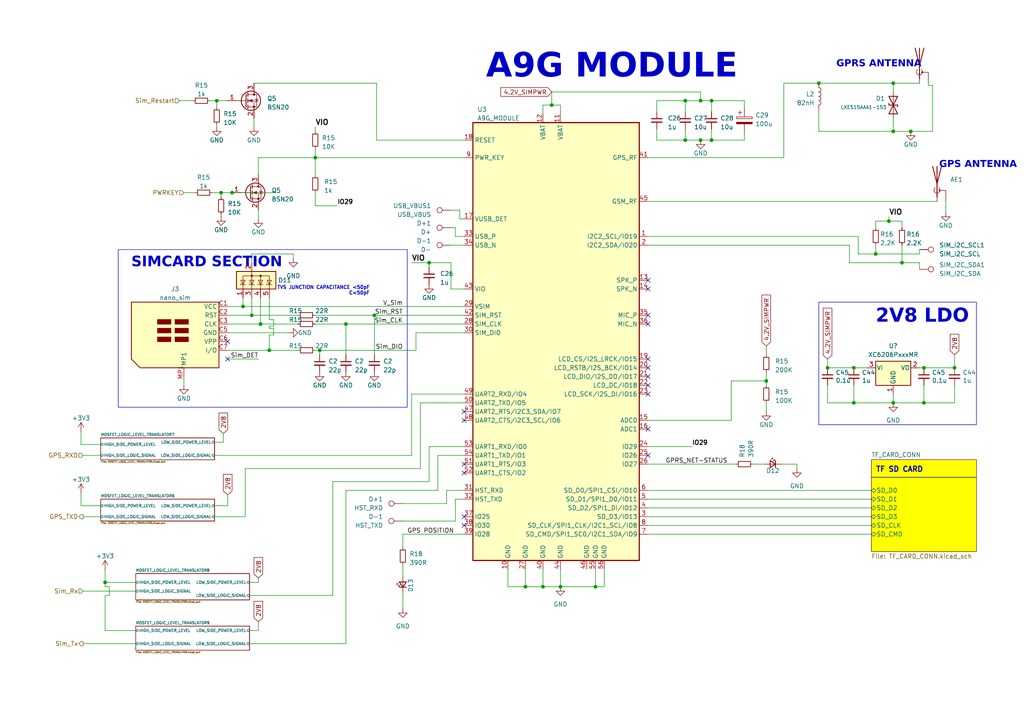
<source format=kicad_sch>
(kicad_sch (version 20230121) (generator eeschema)
  (paper "A4")
  (junction (at 160.02 30.48))
  (junction (at 237.49 24.13))
  (junction (at 203.2 29.21))
  (junction (at 30.48 168.91))
  (junction (at 92.71 101.6))
  (junction (at 100.33 93.98))
  (junction (at 108.585 91.44))
  (junction (at 157.48 170.18))
  (junction (at 73.025 91.44))
  (junction (at 64.135 55.88))
  (junction (at 91.44 45.72))
  (junction (at 124.46 76.2))
  (junction (at 198.755 29.21))
  (junction (at 267.97 116.84))
  (junction (at 259.08 38.1))
  (junction (at 264.16 38.1))
  (junction (at 206.375 40.64))
  (junction (at 276.86 106.68))
  (junction (at 75.565 93.98))
  (junction (at 222.25 110.49))
  (junction (at 240.03 106.68))
  (junction (at 198.755 40.64))
  (junction (at 152.4 170.18))
  (junction (at 70.485 88.9))
  (junction (at 257.81 64.135))
  (junction (at 67.31 55.88))
  (junction (at 203.2 40.64))
  (junction (at 254 73.66))
  (junction (at 261.62 76.2))
  (junction (at 247.65 106.68))
  (junction (at 267.97 106.68))
  (junction (at 162.56 170.18))
  (junction (at 172.72 170.18))
  (junction (at 206.375 29.21))
  (junction (at 259.08 24.13))
  (junction (at 78.105 101.6))
  (junction (at 259.08 116.84))
  (junction (at 62.865 29.21))
  (junction (at 247.65 116.84))
  (no_connect (at 187.96 114.3))
  (no_connect (at 66.04 99.06))
  (no_connect (at 134.62 152.4))
  (no_connect (at 134.62 121.92))
  (no_connect (at 187.96 109.22))
  (no_connect (at 187.96 83.82))
  (no_connect (at 187.96 104.14))
  (no_connect (at 187.96 106.68))
  (no_connect (at 134.62 137.16))
  (no_connect (at 187.96 124.46))
  (no_connect (at 187.96 81.28))
  (no_connect (at 66.04 104.14))
  (no_connect (at 187.96 111.76))
  (no_connect (at 187.96 91.44))
  (no_connect (at 134.62 149.86))
  (no_connect (at 134.62 134.62))
  (no_connect (at 187.96 93.98))
  (no_connect (at 134.62 119.38))
  (no_connect (at 187.96 132.08))
  (wire (pts (xy 91.44 36.83) (xy 91.44 38.1)))
  (wire (pts (xy 73.025 91.44) (xy 86.36 91.44)))
  (wire (pts (xy 237.49 38.1) (xy 259.08 38.1)))
  (wire (pts (xy 172.72 170.18) (xy 175.26 170.18)))
  (wire (pts (xy 222.25 119.38) (xy 222.25 116.84)))
  (wire (pts (xy 270.51 24.765) (xy 269.24 24.765)))
  (wire (pts (xy 78.105 101.6) (xy 86.36 101.6)))
  (wire (pts (xy 160.02 26.67) (xy 203.2 26.67)))
  (wire (pts (xy 31.75 172.72) (xy 31.75 170.18)))
  (wire (pts (xy 187.96 142.24) (xy 252.73 142.24)))
  (wire (pts (xy 198.755 37.465) (xy 198.755 40.64)))
  (wire (pts (xy 130.81 76.2) (xy 130.81 83.82)))
  (wire (pts (xy 127 132.08) (xy 127 142.24)))
  (wire (pts (xy 227.33 24.13) (xy 227.33 45.72)))
  (wire (pts (xy 62.23 128.27) (xy 64.77 128.27)))
  (wire (pts (xy 160.02 30.48) (xy 162.56 30.48)))
  (wire (pts (xy 266.7 72.39) (xy 266.7 73.66)))
  (wire (pts (xy 257.81 62.865) (xy 257.81 64.135)))
  (wire (pts (xy 75.565 93.98) (xy 86.36 93.98)))
  (wire (pts (xy 276.86 102.87) (xy 276.86 106.68)))
  (wire (pts (xy 39.37 182.88) (xy 30.48 182.88)))
  (wire (pts (xy 24.13 132.08) (xy 29.21 132.08)))
  (wire (pts (xy 62.865 36.83) (xy 62.865 36.195)))
  (wire (pts (xy 259.08 34.29) (xy 259.08 38.1)))
  (wire (pts (xy 70.485 88.9) (xy 70.485 86.36)))
  (wire (pts (xy 23.495 142.875) (xy 23.495 146.685)))
  (wire (pts (xy 71.12 135.89) (xy 71.12 149.86)))
  (wire (pts (xy 212.09 121.92) (xy 212.09 110.49)))
  (wire (pts (xy 74.93 167.64) (xy 74.93 168.91)))
  (wire (pts (xy 187.96 152.4) (xy 252.73 152.4)))
  (wire (pts (xy 24.13 149.86) (xy 29.21 149.86)))
  (wire (pts (xy 274.32 58.42) (xy 274.32 61.595)))
  (wire (pts (xy 75.565 86.36) (xy 75.565 93.98)))
  (wire (pts (xy 74.93 50.8) (xy 74.93 45.72)))
  (wire (pts (xy 24.13 171.45) (xy 39.37 171.45)))
  (wire (pts (xy 119.38 114.3) (xy 134.62 114.3)))
  (wire (pts (xy 100.33 142.24) (xy 100.33 186.69)))
  (wire (pts (xy 237.49 31.75) (xy 237.49 38.1)))
  (wire (pts (xy 264.16 38.1) (xy 270.51 38.1)))
  (wire (pts (xy 127 142.24) (xy 100.33 142.24)))
  (wire (pts (xy 124.46 129.54) (xy 134.62 129.54)))
  (wire (pts (xy 240.03 104.14) (xy 240.03 106.68)))
  (wire (pts (xy 248.92 68.58) (xy 248.92 73.66)))
  (wire (pts (xy 66.04 91.44) (xy 73.025 91.44)))
  (wire (pts (xy 157.48 165.1) (xy 157.48 170.18)))
  (wire (pts (xy 157.48 170.18) (xy 162.56 170.18)))
  (wire (pts (xy 240.03 116.84) (xy 247.65 116.84)))
  (wire (pts (xy 74.93 182.88) (xy 72.39 182.88)))
  (wire (pts (xy 108.585 91.44) (xy 134.62 91.44)))
  (wire (pts (xy 66.04 93.98) (xy 75.565 93.98)))
  (wire (pts (xy 259.08 24.13) (xy 266.7 24.13)))
  (wire (pts (xy 62.23 149.86) (xy 71.12 149.86)))
  (wire (pts (xy 60.96 29.21) (xy 62.865 29.21)))
  (wire (pts (xy 187.96 121.92) (xy 212.09 121.92)))
  (wire (pts (xy 215.9 29.21) (xy 206.375 29.21)))
  (wire (pts (xy 246.38 71.12) (xy 187.96 71.12)))
  (wire (pts (xy 134.62 142.24) (xy 129.54 142.24)))
  (wire (pts (xy 203.2 40.64) (xy 206.375 40.64)))
  (wire (pts (xy 109.22 40.64) (xy 134.62 40.64)))
  (wire (pts (xy 78.105 94.615) (xy 79.375 94.615)))
  (wire (pts (xy 116.84 163.83) (xy 116.84 167.005)))
  (wire (pts (xy 121.92 135.89) (xy 71.12 135.89)))
  (wire (pts (xy 108.585 102.87) (xy 108.585 91.44)))
  (wire (pts (xy 152.4 165.1) (xy 152.4 170.18)))
  (wire (pts (xy 30.48 172.72) (xy 31.75 172.72)))
  (wire (pts (xy 72.39 172.72) (xy 96.52 172.72)))
  (wire (pts (xy 187.96 144.78) (xy 252.73 144.78)))
  (wire (pts (xy 72.39 168.91) (xy 74.93 168.91)))
  (wire (pts (xy 267.97 111.76) (xy 267.97 116.84)))
  (wire (pts (xy 70.485 88.9) (xy 134.62 88.9)))
  (wire (pts (xy 187.96 149.86) (xy 252.73 149.86)))
  (wire (pts (xy 85.09 73.66) (xy 73.025 73.66)))
  (wire (pts (xy 100.33 93.98) (xy 134.62 93.98)))
  (wire (pts (xy 254 64.135) (xy 254 66.04)))
  (wire (pts (xy 162.56 30.48) (xy 162.56 33.02)))
  (wire (pts (xy 248.92 73.66) (xy 254 73.66)))
  (wire (pts (xy 74.93 45.72) (xy 91.44 45.72)))
  (wire (pts (xy 267.97 106.68) (xy 276.86 106.68)))
  (wire (pts (xy 147.32 165.1) (xy 147.32 170.18)))
  (wire (pts (xy 129.54 142.24) (xy 129.54 146.05)))
  (wire (pts (xy 124.46 76.2) (xy 130.81 76.2)))
  (wire (pts (xy 134.62 96.52) (xy 120.65 96.52)))
  (wire (pts (xy 254 71.12) (xy 254 73.66)))
  (wire (pts (xy 74.93 60.96) (xy 74.93 63.5)))
  (polyline (pts (xy 252.73 138.43) (xy 283.21 138.43)))
  (wire (pts (xy 270.51 38.1) (xy 270.51 24.765)))
  (wire (pts (xy 246.38 76.2) (xy 261.62 76.2)))
  (wire (pts (xy 231.14 134.62) (xy 231.14 135.89)))
  (wire (pts (xy 66.04 143.51) (xy 66.04 146.685)))
  (wire (pts (xy 66.04 104.14) (xy 74.93 104.14)))
  (wire (pts (xy 109.22 24.13) (xy 109.22 40.64)))
  (wire (pts (xy 187.96 58.42) (xy 271.78 58.42)))
  (wire (pts (xy 200.66 129.54) (xy 187.96 129.54)))
  (wire (pts (xy 261.62 66.04) (xy 261.62 64.135)))
  (wire (pts (xy 240.03 111.76) (xy 240.03 116.84)))
  (wire (pts (xy 203.2 29.21) (xy 198.755 29.21)))
  (wire (pts (xy 73.025 91.44) (xy 73.025 86.36)))
  (wire (pts (xy 266.7 106.68) (xy 267.97 106.68)))
  (wire (pts (xy 198.755 29.21) (xy 198.755 32.385)))
  (wire (pts (xy 134.62 116.84) (xy 121.92 116.84)))
  (wire (pts (xy 53.34 55.88) (xy 56.515 55.88)))
  (wire (pts (xy 132.08 68.58) (xy 134.62 68.58)))
  (wire (pts (xy 206.375 37.465) (xy 206.375 40.64)))
  (wire (pts (xy 64.77 125.73) (xy 64.77 128.27)))
  (wire (pts (xy 62.23 132.08) (xy 119.38 132.08)))
  (wire (pts (xy 73.025 73.66) (xy 73.025 76.2)))
  (wire (pts (xy 116.84 154.94) (xy 134.62 154.94)))
  (wire (pts (xy 130.81 83.82) (xy 134.62 83.82)))
  (wire (pts (xy 259.08 38.1) (xy 264.16 38.1)))
  (wire (pts (xy 124.46 76.2) (xy 124.46 77.47)))
  (wire (pts (xy 206.375 40.64) (xy 215.9 40.64)))
  (wire (pts (xy 62.865 29.21) (xy 66.04 29.21)))
  (wire (pts (xy 72.39 186.69) (xy 100.33 186.69)))
  (wire (pts (xy 246.38 76.2) (xy 246.38 71.12)))
  (wire (pts (xy 132.08 66.04) (xy 132.08 68.58)))
  (wire (pts (xy 257.81 64.135) (xy 254 64.135)))
  (wire (pts (xy 222.25 110.49) (xy 222.25 111.76)))
  (wire (pts (xy 261.62 76.2) (xy 266.7 76.2)))
  (wire (pts (xy 91.44 93.98) (xy 100.33 93.98)))
  (wire (pts (xy 119.38 132.08) (xy 119.38 114.3)))
  (wire (pts (xy 261.62 64.135) (xy 257.81 64.135)))
  (wire (pts (xy 79.375 95.25) (xy 79.375 97.155)))
  (wire (pts (xy 85.09 73.66) (xy 85.09 74.93)))
  (wire (pts (xy 187.96 154.94) (xy 252.73 154.94)))
  (wire (pts (xy 91.44 43.18) (xy 91.44 45.72)))
  (wire (pts (xy 92.71 101.6) (xy 92.71 102.87)))
  (wire (pts (xy 187.96 147.32) (xy 252.73 147.32)))
  (wire (pts (xy 198.755 29.21) (xy 190.5 29.21)))
  (wire (pts (xy 66.04 101.6) (xy 78.105 101.6)))
  (wire (pts (xy 160.02 30.48) (xy 157.48 30.48)))
  (wire (pts (xy 212.09 110.49) (xy 222.25 110.49)))
  (wire (pts (xy 227.33 45.72) (xy 187.96 45.72)))
  (wire (pts (xy 116.84 151.13) (xy 132.08 151.13)))
  (wire (pts (xy 96.52 172.72) (xy 96.52 139.7)))
  (wire (pts (xy 64.135 62.865) (xy 64.135 62.23)))
  (wire (pts (xy 92.71 101.6) (xy 120.65 101.6)))
  (wire (pts (xy 259.08 116.84) (xy 259.08 114.3)))
  (wire (pts (xy 39.37 168.91) (xy 30.48 168.91)))
  (wire (pts (xy 78.105 92.71) (xy 79.375 92.71)))
  (wire (pts (xy 30.48 168.91) (xy 30.48 170.18)))
  (wire (pts (xy 152.4 170.18) (xy 157.48 170.18)))
  (wire (pts (xy 134.62 132.08) (xy 127 132.08)))
  (wire (pts (xy 132.08 144.78) (xy 134.62 144.78)))
  (wire (pts (xy 52.07 29.21) (xy 55.88 29.21)))
  (wire (pts (xy 187.96 68.58) (xy 248.92 68.58)))
  (wire (pts (xy 267.97 116.84) (xy 276.86 116.84)))
  (wire (pts (xy 124.46 139.7) (xy 124.46 129.54)))
  (wire (pts (xy 160.02 26.67) (xy 160.02 30.48)))
  (wire (pts (xy 276.86 116.84) (xy 276.86 111.76)))
  (wire (pts (xy 64.135 55.88) (xy 67.31 55.88)))
  (wire (pts (xy 129.54 146.05) (xy 116.84 146.05)))
  (wire (pts (xy 218.44 134.62) (xy 221.615 134.62)))
  (wire (pts (xy 73.66 34.29) (xy 73.66 36.83)))
  (wire (pts (xy 247.65 116.84) (xy 259.08 116.84)))
  (wire (pts (xy 24.13 186.69) (xy 39.37 186.69)))
  (wire (pts (xy 119.38 76.2) (xy 124.46 76.2)))
  (wire (pts (xy 120.65 96.52) (xy 120.65 101.6)))
  (wire (pts (xy 79.375 92.71) (xy 79.375 94.615)))
  (wire (pts (xy 116.84 172.085) (xy 116.84 176.53)))
  (wire (pts (xy 222.25 100.33) (xy 222.25 102.87)))
  (wire (pts (xy 237.49 24.13) (xy 227.33 24.13)))
  (wire (pts (xy 203.2 29.21) (xy 206.375 29.21)))
  (wire (pts (xy 162.56 165.1) (xy 162.56 170.18)))
  (wire (pts (xy 91.44 101.6) (xy 92.71 101.6)))
  (wire (pts (xy 269.24 24.765) (xy 269.24 24.13)))
  (wire (pts (xy 66.04 88.9) (xy 70.485 88.9)))
  (wire (pts (xy 261.62 71.12) (xy 261.62 76.2)))
  (wire (pts (xy 259.08 24.13) (xy 237.49 24.13)))
  (wire (pts (xy 259.08 116.84) (xy 267.97 116.84)))
  (wire (pts (xy 226.695 134.62) (xy 231.14 134.62)))
  (wire (pts (xy 190.5 40.64) (xy 198.755 40.64)))
  (wire (pts (xy 23.495 128.905) (xy 29.21 128.905)))
  (wire (pts (xy 190.5 37.465) (xy 190.5 40.64)))
  (wire (pts (xy 116.84 154.94) (xy 116.84 158.75)))
  (wire (pts (xy 91.44 55.88) (xy 91.44 59.69)))
  (wire (pts (xy 78.105 94.615) (xy 78.105 95.25)))
  (wire (pts (xy 30.48 165.1) (xy 30.48 168.91)))
  (wire (pts (xy 62.865 31.115) (xy 62.865 29.21)))
  (wire (pts (xy 190.5 29.21) (xy 190.5 32.385)))
  (wire (pts (xy 198.755 40.64) (xy 203.2 40.64)))
  (wire (pts (xy 266.7 78.105) (xy 266.7 76.2)))
  (wire (pts (xy 91.44 91.44) (xy 108.585 91.44)))
  (wire (pts (xy 130.81 71.12) (xy 134.62 71.12)))
  (wire (pts (xy 162.56 170.18) (xy 172.72 170.18)))
  (wire (pts (xy 132.08 151.13) (xy 132.08 144.78)))
  (wire (pts (xy 64.135 57.15) (xy 64.135 55.88)))
  (wire (pts (xy 203.2 26.67) (xy 203.2 29.21)))
  (wire (pts (xy 259.08 26.67) (xy 259.08 24.13)))
  (wire (pts (xy 53.34 109.22) (xy 53.34 111.76)))
  (wire (pts (xy 74.93 180.34) (xy 74.93 182.88)))
  (wire (pts (xy 30.48 172.72) (xy 30.48 182.88)))
  (wire (pts (xy 91.44 45.72) (xy 134.62 45.72)))
  (wire (pts (xy 61.595 55.88) (xy 64.135 55.88)))
  (wire (pts (xy 187.96 134.62) (xy 213.36 134.62)))
  (wire (pts (xy 254 73.66) (xy 266.7 73.66)))
  (wire (pts (xy 157.48 30.48) (xy 157.48 33.02)))
  (wire (pts (xy 66.04 96.52) (xy 83.82 96.52)))
  (wire (pts (xy 73.66 24.13) (xy 109.22 24.13)))
  (wire (pts (xy 175.26 170.18) (xy 175.26 165.1)))
  (wire (pts (xy 133.35 60.96) (xy 133.35 63.5)))
  (wire (pts (xy 96.52 139.7) (xy 124.46 139.7)))
  (wire (pts (xy 147.32 170.18) (xy 152.4 170.18)))
  (wire (pts (xy 130.81 60.96) (xy 133.35 60.96)))
  (wire (pts (xy 78.105 86.36) (xy 78.105 92.71)))
  (wire (pts (xy 206.375 29.21) (xy 206.375 32.385)))
  (wire (pts (xy 240.03 106.68) (xy 247.65 106.68)))
  (wire (pts (xy 172.72 165.1) (xy 172.72 170.18)))
  (wire (pts (xy 222.25 107.95) (xy 222.25 110.49)))
  (wire (pts (xy 79.375 97.155) (xy 78.105 97.155)))
  (wire (pts (xy 133.35 63.5) (xy 134.62 63.5)))
  (wire (pts (xy 91.44 59.69) (xy 97.79 59.69)))
  (wire (pts (xy 130.81 66.04) (xy 132.08 66.04)))
  (wire (pts (xy 79.375 55.88) (xy 67.31 55.88)))
  (wire (pts (xy 31.75 170.18) (xy 30.48 170.18)))
  (wire (pts (xy 215.9 31.115) (xy 215.9 29.21)))
  (wire (pts (xy 78.105 97.155) (xy 78.105 101.6)))
  (wire (pts (xy 247.65 106.68) (xy 251.46 106.68)))
  (wire (pts (xy 91.44 45.72) (xy 91.44 50.8)))
  (wire (pts (xy 121.92 116.84) (xy 121.92 135.89)))
  (wire (pts (xy 247.65 111.76) (xy 247.65 116.84)))
  (wire (pts (xy 78.105 95.25) (xy 79.375 95.25)))
  (wire (pts (xy 100.33 102.87) (xy 100.33 93.98)))
  (wire (pts (xy 29.21 146.685) (xy 23.495 146.685)))
  (wire (pts (xy 23.495 125.095) (xy 23.495 128.905)))
  (wire (pts (xy 66.04 146.685) (xy 62.23 146.685)))
  (wire (pts (xy 215.9 40.64) (xy 215.9 38.735)))
  (rectangle (start 237.49 87.63) (end 283.21 123.19))
  (rectangle (start 34.29 72.39) (end 118.11 118.11))
  (text "TF SD CARD" (at 254 137.16 0) (effects (font (size 1.5 1.5) (thickness 0.3) bold) (justify left bottom)))
  (text "2V8 LDO" (at 254 95.25 0) (effects (font (size 4 4) bold) (justify left bottom)))
  (text "A9G MODULE" (at 140.97 25.4 0) (effects (font (size 7 7) bold) (justify left bottom)))
  (text "SIMCARD SECTION" (at 38.1 78.74 0) (effects (font (size 3 3) (thickness 0.6) bold) (justify left bottom)))
  (text "GPS ANTENNA" (at 272.415 49.53 0) (effects (font (size 2 2) (thickness 0.4) bold) (justify left bottom)))
  (text "GPRS ANTENNA" (at 242.57 20.32 0) (effects (font (size 2 2) (thickness 0.4) bold) (justify left bottom)))
  (text "TVS JUNCTION CAPACITANCE <50pF\nC<50pF" (at 107.315 85.725 0) (effects (font (size 1 1) bold) (justify right bottom)))
  (label "IO29" (at 97.79 59.69 0) (effects (font bold)))
  (label "VIO" (at 119.38 76.2 0) (effects (font (size 1.5 1.5) (thickness 0.3) bold)))
  (label "Sim_CLK" (at 116.84 93.98 180))
  (label "VIO" (at 91.44 36.83 0) (effects (font (size 1.5 1.5) (thickness 0.3) bold)))
  (label "VIO" (at 257.81 62.865 0) (effects (font (size 1.5 1.5) (thickness 0.3) bold)))
  (label "Sim_DIO" (at 116.84 101.6 180))
  (label "GPS POSITION" (at 118.11 154.94 0))
  (label "Sim_RST" (at 116.84 91.44 180))
  (label "GPRS_NET-STATUS" (at 193.04 134.62 0))
  (label "Sim_DET" (at 74.93 104.14 180))
  (label "V_Sim" (at 116.84 88.9 180))
  (label "IO29" (at 200.66 129.54 0) (effects (font bold)))
  (global_label "2V8" (shape input) (at 74.93 180.34 90) (property "Intersheetrefs" "${INTERSHEET_REFS}" (effects hide)))
  (global_label "2V8" (shape input) (at 276.86 102.87 90) (property "Intersheetrefs" "${INTERSHEET_REFS}" (effects hide)))
  (global_label "2V8" (shape input) (at 74.93 167.64 90) (property "Intersheetrefs" "${INTERSHEET_REFS}" (effects hide)))
  (global_label "4.2V_SIMPWR" (shape input) (at 240.03 104.14 90) (property "Intersheetrefs" "${INTERSHEET_REFS}" (effects hide)))
  (global_label "4.2V_SIMPWR" (shape input) (at 222.25 100.33 90) (property "Intersheetrefs" "${INTERSHEET_REFS}" (effects hide)))
  (global_label "2V8" (shape input) (at 64.77 125.73 90) (property "Intersheetrefs" "${INTERSHEET_REFS}" (effects hide)))
  (global_label "4.2V_SIMPWR" (shape input) (at 160.02 26.67 180) (property "Intersheetrefs" "${INTERSHEET_REFS}" (effects hide)))
  (global_label "2V8" (shape input) (at 66.04 143.51 90) (property "Intersheetrefs" "${INTERSHEET_REFS}" (effects hide)))
  (hierarchical_label "Sim_Restart" (shape input) (at 52.07 29.21 180))
  (hierarchical_label "Sim_Rx" (shape input) (at 24.13 171.45 180))
  (hierarchical_label "GPS_TXD" (shape output) (at 24.13 149.86 180))
  (hierarchical_label "Sim_Tx" (shape output) (at 24.13 186.69 180))
  (hierarchical_label "PWRKEY" (shape input) (at 53.34 55.88 180))
  (hierarchical_label "GPS_RXD" (shape input) (at 24.13 132.08 180))
  (symbol (lib_id "Device:R_Small") (at 222.25 105.41 180) (unit 1)
    (property "Reference" "R15" (at 224.79 104.775 0) (effects (justify right)))
    (property "Value" "200K" (at 224.79 107.315 0) (effects (justify right)))
    (property "Footprint" "Resistor_SMD:R_0402_1005Metric" (effects hide))
    (instances (project "SIM7000G_GPS_GPRS_MODULE" (path "" (reference "R15") (unit 1))) (project "proxy_obdII_logger_hardware" (path "" (reference "R15") (unit 1))) (project "Weather_Station_Project" (path "" (reference "R16") (unit 1))) (project "BIM_PCB" (path "" (reference "R33") (unit 1))) (project "SIM_Module_Interface" (path "" (reference "R15") (unit 1))) (project "ELIESTER_V2" (path "" (reference "R61") (unit 1))))
  )
  (symbol (lib_id "Device:R_Small") (at 88.9 93.98 270) (unit 1)
    (property "Reference" "R15" (at 85.725 92.71 90))
    (property "Value" "22R" (at 93.345 92.71 90))
    (property "Footprint" "Resistor_SMD:R_0402_1005Metric" (effects hide))
    (instances (project "SIM7000G_GPS_GPRS_MODULE" (path "" (reference "R15") (unit 1))) (project "proxy_obdII_logger_hardware" (path "" (reference "R15") (unit 1))) (project "Weather_Station_Project" (path "" (reference "R35") (unit 1))) (project "BIM_PCB" (path "" (reference "R29") (unit 1))) (project "SIM_Module_Interface" (path "" (reference "R15") (unit 1))) (project "ELIESTER_V2" (path "" (reference "R71") (unit 1))))
  )
  (symbol (lib_id "MCD_MODULES:A9G_MODULE") (at 157.48 33.02 0) (unit 1)
    (property "Reference" "U3" (at 138.43 31.75 0) (effects (justify left)))
    (property "Value" "A9G_MODULE" (at 138.43 34.29 0) (effects (justify left)))
    (property "Footprint" "MACHADA_footprints:A9G_MODULE" (effects hide))
  )
  (symbol (lib_id "Device:Antenna_Shield") (at 266.7 19.05 0) (unit 1)
    (property "Reference" "AE2" (effects hide))
    (property "Value" "Antenna_Shield" (effects hide))
    (property "Footprint" "greencharge-footprints:UFL_COAX_CONN23370191" (effects hide))
    (instances (project "SIM7000G_GPS_GPRS_MODULE" (path "" (reference "AE2") (unit 1))) (project "proxy_obdII_logger_hardware" (path "" (reference "AE2") (unit 1))) (project "Weather_Station_Project" (path "" (reference "AE1") (unit 1))) (project "BIM_PCB" (path "" (reference "AE1") (unit 1))) (project "SIM_Module_Interface" (path "" (reference "AE2") (unit 1))) (project "ELIESTER_V2" (path "" (reference "AE1") (unit 1))))
  )
  (symbol (lib_id "Device:R_Small") (at 116.84 161.29 0) (mirror y) (unit 1)
    (property "Reference" "R18" (at 118.745 160.655 0) (effects (justify right)))
    (property "Value" "390R" (at 118.745 163.195 0) (effects (justify right)))
    (property "Footprint" "Resistor_SMD:R_0402_1005Metric" (effects hide))
    (instances (project "SIM7000G_GPS_GPRS_MODULE" (path "" (reference "R18") (unit 1))) (project "proxy_obdII_logger_hardware" (path "" (reference "R18") (unit 1))) (project "Weather_Station_Project" (path "" (reference "R31") (unit 1))) (project "BIM_PCB" (path "" (reference "R36") (unit 1))) (project "SIM_Module_Interface" (path "" (reference "R18") (unit 1))) (project "ELIESTER_V2" (path "" (reference "R66") (unit 1))))
  )
  (symbol (lib_id "power:GND") (at 162.56 170.18 0) (unit 1)
    (property "Reference" "#PWR098" (effects hide))
    (property "Value" "GND" (at 162.56 175.26 0))
  )
  (symbol (lib_id "Device:R_Small") (at 88.9 91.44 270) (unit 1)
    (property "Reference" "R15" (at 85.725 90.17 90))
    (property "Value" "22R" (at 93.345 90.17 90))
    (property "Footprint" "Resistor_SMD:R_0402_1005Metric" (effects hide))
    (instances (project "SIM7000G_GPS_GPRS_MODULE" (path "" (reference "R15") (unit 1))) (project "proxy_obdII_logger_hardware" (path "" (reference "R15") (unit 1))) (project "Weather_Station_Project" (path "" (reference "R35") (unit 1))) (project "BIM_PCB" (path "" (reference "R28") (unit 1))) (project "SIM_Module_Interface" (path "" (reference "R15") (unit 1))) (project "ELIESTER_V2" (path "" (reference "R70") (unit 1))))
  )
  (symbol (lib_id "Device:R_Small") (at 91.44 53.34 180) (unit 1)
    (property "Reference" "R15" (at 93.98 52.705 0) (effects (justify right)))
    (property "Value" "1k" (at 93.98 55.245 0) (effects (justify right)))
    (property "Footprint" "Resistor_SMD:R_0402_1005Metric" (effects hide))
    (instances (project "SIM7000G_GPS_GPRS_MODULE" (path "" (reference "R15") (unit 1))) (project "proxy_obdII_logger_hardware" (path "" (reference "R15") (unit 1))) (project "Weather_Station_Project" (path "" (reference "R15") (unit 1))) (project "BIM_PCB" (path "" (reference "R23") (unit 1))) (project "SIM_Module_Interface" (path "" (reference "R15") (unit 1))) (project "ELIESTER_V2" (path "" (reference "R60") (unit 1))))
  )
  (symbol (lib_id "Device:Antenna_Shield") (at 271.78 53.34 0) (unit 1)
    (property "Reference" "AE1" (at 275.59 52.07 0) (effects (justify left)))
    (property "Value" "Antenna_Shield" (effects hide))
    (property "Footprint" "greencharge-footprints:UFL_COAX_CONN23370191" (effects hide))
    (instances (project "SIM7000G_GPS_GPRS_MODULE" (path "" (reference "AE1") (unit 1))) (project "proxy_obdII_logger_hardware" (path "" (reference "AE1") (unit 1))) (project "Weather_Station_Project" (path "" (reference "AE2") (unit 1))) (project "BIM_PCB" (path "" (reference "AE2") (unit 1))) (project "SIM_Module_Interface" (path "" (reference "AE1") (unit 1))) (project "ELIESTER_V2" (path "" (reference "AE2") (unit 1))))
  )
  (symbol (lib_id "Connector:TestPoint") (at 130.81 60.96 90) (mirror x) (unit 1)
    (property "Reference" "USB_VBUS1" (at 125.095 59.69 90) (effects (justify left)))
    (property "Value" "USB_VBUS" (at 125.095 62.23 90) (effects (justify left)))
    (property "Footprint" "brilliant-kicad-library:TestPoint_Pad_D0.9mm" (effects hide))
  )
  (symbol (lib_id "Connector:TestPoint") (at 116.84 146.05 90) (mirror x) (unit 1)
    (property "Reference" "D+1" (at 111.125 144.78 90) (effects (justify left)))
    (property "Value" "HST_RXD" (at 111.125 147.32 90) (effects (justify left)))
    (property "Footprint" "brilliant-kicad-library:TestPoint_Pad_D0.9mm" (effects hide))
    (instances (project "SIM7000G_GPS_GPRS_MODULE" (path "" (reference "D+1") (unit 1))) (project "Weather_Station_Project" (path "" (reference "D+1") (unit 1))) (project "BIM_PCB" (path "" (reference "HST_RXD1") (unit 1))) (project "ELIESTER_V2" (path "" (reference "D+1") (unit 1))))
  )
  (symbol (lib_id "Device:R_Small") (at 59.055 55.88 90) (unit 1)
    (property "Reference" "R15" (at 59.055 51.435 90))
    (property "Value" "1k" (at 59.055 53.975 90))
    (property "Footprint" "Resistor_SMD:R_0402_1005Metric" (effects hide))
    (instances (project "SIM7000G_GPS_GPRS_MODULE" (path "" (reference "R15") (unit 1))) (project "proxy_obdII_logger_hardware" (path "" (reference "R15") (unit 1))) (project "Weather_Station_Project" (path "" (reference "R15") (unit 1))) (project "BIM_PCB" (path "" (reference "R24") (unit 1))) (project "SIM_Module_Interface" (path "" (reference "R15") (unit 1))) (project "ELIESTER_V2" (path "" (reference "R60") (unit 1))))
  )
  (symbol (lib_id "Device:C_Small") (at 108.585 105.41 0) (mirror y) (unit 1)
    (property "Reference" "C2" (at 111.125 104.7813 0) (effects (justify right)))
    (property "Value" "22p" (at 111.125 107.3213 0) (effects (justify right)))
    (property "Footprint" "Capacitor_SMD:C_0402_1005Metric" (effects hide))
    (instances (project "SIM7000G_GPS_GPRS_MODULE" (path "" (reference "C2") (unit 1))) (project "Weather_Station_Project" (path "" (reference "C2") (unit 1))) (project "BIM_PCB" (path "" (reference "C20") (unit 1))) (project "ELIESTER_V2" (path "" (reference "C89") (unit 1))))
  )
  (symbol (lib_id "Device:R_Small") (at 58.42 29.21 90) (unit 1)
    (property "Reference" "R15" (at 58.42 24.765 90))
    (property "Value" "1k" (at 58.42 27.305 90))
    (property "Footprint" "Resistor_SMD:R_0402_1005Metric" (effects hide))
    (instances (project "SIM7000G_GPS_GPRS_MODULE" (path "" (reference "R15") (unit 1))) (project "proxy_obdII_logger_hardware" (path "" (reference "R15") (unit 1))) (project "Weather_Station_Project" (path "" (reference "R6") (unit 1))) (project "BIM_PCB" (path "" (reference "R20") (unit 1))) (project "SIM_Module_Interface" (path "" (reference "R15") (unit 1))) (project "ELIESTER_V2" (path "" (reference "R58") (unit 1))))
  )
  (symbol (lib_id "Device:R_Small") (at 64.135 59.69 180) (unit 1)
    (property "Reference" "R15" (at 66.04 59.055 0) (effects (justify right)))
    (property "Value" "10K" (at 66.04 61.595 0) (effects (justify right)))
    (property "Footprint" "Resistor_SMD:R_0402_1005Metric" (effects hide))
    (instances (project "SIM7000G_GPS_GPRS_MODULE" (path "" (reference "R15") (unit 1))) (project "proxy_obdII_logger_hardware" (path "" (reference "R15") (unit 1))) (project "Weather_Station_Project" (path "" (reference "R16") (unit 1))) (project "BIM_PCB" (path "" (reference "R25") (unit 1))) (project "SIM_Module_Interface" (path "" (reference "R15") (unit 1))) (project "ELIESTER_V2" (path "" (reference "R61") (unit 1))))
  )
  (symbol (lib_id "Device:C_Small") (at 100.33 105.41 0) (mirror y) (unit 1)
    (property "Reference" "C2" (at 102.87 104.7813 0) (effects (justify right)))
    (property "Value" "22p" (at 102.87 107.3213 0) (effects (justify right)))
    (property "Footprint" "Capacitor_SMD:C_0402_1005Metric" (effects hide))
    (instances (project "SIM7000G_GPS_GPRS_MODULE" (path "" (reference "C2") (unit 1))) (project "Weather_Station_Project" (path "" (reference "C2") (unit 1))) (project "BIM_PCB" (path "" (reference "C19") (unit 1))) (project "ELIESTER_V2" (path "" (reference "C88") (unit 1))))
  )
  (symbol (lib_id "power:GND") (at 92.71 107.95 0) (unit 1)
    (property "Reference" "#PWR032" (effects hide))
    (property "Value" "GND" (at 92.71 111.76 0))
    (instances (project "SIM7000G_GPS_GPRS_MODULE" (path "" (reference "#PWR032") (unit 1))) (project "proxy_obdII_logger_hardware" (path "" (reference "#PWR032") (unit 1))) (project "Weather_Station_Project" (path "" (reference "#PWR053") (unit 1))) (project "BIM_PCB" (path "" (reference "#PWR0106") (unit 1))) (project "SIM_Module_Interface" (path "" (reference "#PWR032") (unit 1))) (project "ELIESTER_V2" (path "" (reference "#PWR0132") (unit 1))))
  )
  (symbol (lib_id "power:GND") (at 74.93 63.5 0) (unit 1)
    (property "Reference" "#PWR031" (effects hide))
    (property "Value" "GND" (at 74.93 67.31 0))
    (instances (project "SIM7000G_GPS_GPRS_MODULE" (path "" (reference "#PWR031") (unit 1))) (project "proxy_obdII_logger_hardware" (path "" (reference "#PWR031") (unit 1))) (project "Weather_Station_Project" (path "" (reference "#PWR048") (unit 1))) (project "BIM_PCB" (path "" (reference "#PWR097") (unit 1))) (project "SIM_Module_Interface" (path "" (reference "#PWR031") (unit 1))) (project "ELIESTER_V2" (path "" (reference "#PWR0155") (unit 1))))
  )
  (symbol (lib_id "power:GND") (at 222.25 119.38 0) (unit 1)
    (property "Reference" "#PWR031" (effects hide))
    (property "Value" "GND" (at 222.25 123.19 0))
    (instances (project "SIM7000G_GPS_GPRS_MODULE" (path "" (reference "#PWR031") (unit 1))) (project "proxy_obdII_logger_hardware" (path "" (reference "#PWR031") (unit 1))) (project "Weather_Station_Project" (path "" (reference "#PWR023") (unit 1))) (project "BIM_PCB" (path "" (reference "#PWR0124") (unit 1))) (project "SIM_Module_Interface" (path "" (reference "#PWR031") (unit 1))) (project "ELIESTER_V2" (path "" (reference "#PWR0154") (unit 1))))
  )
  (symbol (lib_id "power:GND") (at 231.14 135.89 0) (unit 1)
    (property "Reference" "#PWR047" (effects hide))
    (property "Value" "GND" (at 231.14 140.97 0))
    (instances (project "BIM_PCB" (path "" (reference "#PWR099") (unit 1))) (project "ELIESTER_V2" (path "" (reference "#PWR0137") (unit 1))))
  )
  (symbol (lib_id "Device:R_Small") (at 91.44 40.64 180) (unit 1)
    (property "Reference" "R15" (at 93.345 40.005 0) (effects (justify right)))
    (property "Value" "10K" (at 93.345 42.545 0) (effects (justify right)))
    (property "Footprint" "Resistor_SMD:R_0402_1005Metric" (effects hide))
    (instances (project "SIM7000G_GPS_GPRS_MODULE" (path "" (reference "R15") (unit 1))) (project "proxy_obdII_logger_hardware" (path "" (reference "R15") (unit 1))) (project "Weather_Station_Project" (path "" (reference "R16") (unit 1))) (project "BIM_PCB" (path "" (reference "R22") (unit 1))) (project "SIM_Module_Interface" (path "" (reference "R15") (unit 1))) (project "ELIESTER_V2" (path "" (reference "R61") (unit 1))))
  )
  (symbol (lib_id "fridgeduino-rescue:C_Small-Device") (at 247.65 109.22 0) (unit 1)
    (property "Reference" "C44" (at 249.9868 108.0516 0) (effects (justify left)))
    (property "Value" "1u" (at 249.9868 110.363 0) (effects (justify left)))
    (property "Footprint" "Capacitor_SMD:C_0402_1005Metric" (effects hide))
    (instances (project "soilpal_v2_display" (path "" (reference "C44") (unit 1))) (project "BIM_PCB" (path "" (reference "C15") (unit 1)) (path "" (reference "C?") (unit 1))) (project "sd_card" (path "" (reference "C14") (unit 1))))
  )
  (symbol (lib_id "power:GND") (at 124.46 82.55 0) (unit 1)
    (property "Reference" "#PWR031" (effects hide))
    (property "Value" "GND" (at 124.46 86.36 0))
    (instances (project "SIM7000G_GPS_GPRS_MODULE" (path "" (reference "#PWR031") (unit 1))) (project "proxy_obdII_logger_hardware" (path "" (reference "#PWR031") (unit 1))) (project "Weather_Station_Project" (path "" (reference "#PWR048") (unit 1))) (project "BIM_PCB" (path "" (reference "#PWR027") (unit 1))) (project "SIM_Module_Interface" (path "" (reference "#PWR031") (unit 1))) (project "ELIESTER_V2" (path "" (reference "#PWR0155") (unit 1))))
  )
  (symbol (lib_id "Device:R_Small") (at 215.9 134.62 90) (mirror x) (unit 1)
    (property "Reference" "R18" (at 215.265 132.715 0) (effects (justify right)))
    (property "Value" "390R" (at 217.805 132.715 0) (effects (justify right)))
    (property "Footprint" "Resistor_SMD:R_0402_1005Metric" (effects hide))
    (instances (project "SIM7000G_GPS_GPRS_MODULE" (path "" (reference "R18") (unit 1))) (project "proxy_obdII_logger_hardware" (path "" (reference "R18") (unit 1))) (project "Weather_Station_Project" (path "" (reference "R31") (unit 1))) (project "BIM_PCB" (path "" (reference "R35") (unit 1))) (project "SIM_Module_Interface" (path "" (reference "R18") (unit 1))) (project "ELIESTER_V2" (path "" (reference "R65") (unit 1))))
  )
  (symbol (lib_id "Connector:TestPoint") (at 130.81 71.12 90) (mirror x) (unit 1)
    (property "Reference" "D-1" (at 125.095 69.85 90) (effects (justify left)))
    (property "Value" "D-" (at 125.095 72.39 90) (effects (justify left)))
    (property "Footprint" "brilliant-kicad-library:TestPoint_Pad_D0.9mm" (effects hide))
  )
  (symbol (lib_id "power:GND") (at 259.08 116.84 0) (mirror y) (unit 1)
    (property "Reference" "#PWR0118" (effects hide))
    (property "Value" "GND" (at 259.08 121.92 0))
    (instances (project "soilpal_v2_display" (path "" (reference "#PWR0118") (unit 1))) (project "BIM_PCB" (path "" (reference "#PWR0125") (unit 1)) (path "" (reference "#PWR0125") (unit 1))))
  )
  (symbol (lib_id "power:GND") (at 64.135 62.865 0) (unit 1)
    (property "Reference" "#PWR031" (effects hide))
    (property "Value" "GND" (at 64.135 66.675 0))
    (instances (project "SIM7000G_GPS_GPRS_MODULE" (path "" (reference "#PWR031") (unit 1))) (project "proxy_obdII_logger_hardware" (path "" (reference "#PWR031") (unit 1))) (project "Weather_Station_Project" (path "" (reference "#PWR023") (unit 1))) (project "BIM_PCB" (path "" (reference "#PWR057") (unit 1))) (project "SIM_Module_Interface" (path "" (reference "#PWR031") (unit 1))) (project "ELIESTER_V2" (path "" (reference "#PWR0154") (unit 1))))
  )
  (symbol (lib_id "Device:LED_Small") (at 116.84 169.545 90) (unit 1)
    (property "Reference" "D13" (at 119.126 169.799 0))
    (property "Value" "BLUE" (effects hide))
    (property "Footprint" "LED_SMD:LED_0603_1608Metric" (effects hide))
    (instances (project "SIM7000G_GPS_GPRS_MODULE" (path "" (reference "D13") (unit 1))) (project "proxy_obdII_logger_hardware" (path "" (reference "D13") (unit 1))) (project "Weather_Station_Project" (path "" (reference "D2") (unit 1))) (project "BIM_PCB" (path "" (reference "D6") (unit 1))) (project "SIM_Module_Interface" (path "" (reference "D13") (unit 1))) (project "ELIESTER_V2" (path "" (reference "D19") (unit 1))))
  )
  (symbol (lib_id "power:GND") (at 264.16 38.1 0) (unit 1)
    (property "Reference" "#PWR039" (effects hide))
    (property "Value" "GND" (at 264.16 41.91 0))
    (instances (project "SIM7000G_GPS_GPRS_MODULE" (path "" (reference "#PWR039") (unit 1))) (project "proxy_obdII_logger_hardware" (path "" (reference "#PWR039") (unit 1))) (project "Weather_Station_Project" (path "" (reference "#PWR03") (unit 1))) (project "BIM_PCB" (path "" (reference "#PWR0101") (unit 1))) (project "SIM_Module_Interface" (path "" (reference "#PWR039") (unit 1))) (project "ELIESTER_V2" (path "" (reference "#PWR081") (unit 1))))
  )
  (symbol (lib_id "Device:C_Small") (at 190.5 34.925 0) (unit 1)
    (property "Reference" "C26" (at 193.675 34.2963 0) (effects (justify left)))
    (property "Value" "1u" (at 193.675 36.8363 0) (effects (justify left)))
    (property "Footprint" "Capacitor_SMD:C_0402_1005Metric" (effects hide))
    (instances (project "soilpal_v2_display" (path "" (reference "C26") (unit 1))) (project "proxy_obdII_logger_hardware" (path "" (reference "C23") (unit 1))) (project "Weather_Station_Project" (path "" (reference "C23") (unit 1))) (project "BIM_PCB" (path "" (reference "C23") (unit 1))) (project "ELIESTER_V2" (path "" (reference "C?") (unit 1)) (path "" (reference "C81") (unit 1))))
  )
  (symbol (lib_id "power:GND") (at 100.33 107.95 0) (unit 1)
    (property "Reference" "#PWR032" (effects hide))
    (property "Value" "GND" (at 100.33 111.76 0))
    (instances (project "SIM7000G_GPS_GPRS_MODULE" (path "" (reference "#PWR032") (unit 1))) (project "proxy_obdII_logger_hardware" (path "" (reference "#PWR032") (unit 1))) (project "Weather_Station_Project" (path "" (reference "#PWR053") (unit 1))) (project "BIM_PCB" (path "" (reference "#PWR0107") (unit 1))) (project "SIM_Module_Interface" (path "" (reference "#PWR032") (unit 1))) (project "ELIESTER_V2" (path "" (reference "#PWR0133") (unit 1))))
  )
  (symbol (lib_id "Device:LED_Small") (at 224.155 134.62 0) (mirror y) (unit 1)
    (property "Reference" "D12" (at 224.155 136.525 0))
    (property "Value" "ORANGE" (effects hide))
    (property "Footprint" "LED_SMD:LED_0603_1608Metric" (effects hide))
    (instances (project "SIM7000G_GPS_GPRS_MODULE" (path "" (reference "D12") (unit 1))) (project "proxy_obdII_logger_hardware" (path "" (reference "D12") (unit 1))) (project "Weather_Station_Project" (path "" (reference "D3") (unit 1))) (project "BIM_PCB" (path "" (reference "D5") (unit 1))) (project "SIM_Module_Interface" (path "" (reference "D12") (unit 1))) (project "ELIESTER_V2" (path "" (reference "D20") (unit 1))))
  )
  (symbol (lib_id "power:+3V3") (at 30.48 165.1 0) (unit 1)
    (property "Reference" "#PWR043" (effects hide))
    (property "Value" "+3V3" (at 30.48 161.29 0))
    (instances (project "BIM_PCB" (path "" (reference "#PWR0131") (unit 1))) (project "ELIESTER_V2" (path "" (reference "#PWR075") (unit 1))))
  )
  (symbol (lib_id "Regulator_Linear:XC6206PxxxMR") (at 259.08 106.68 0) (unit 1)
    (property "Reference" "U?" (at 259.08 100.33 0))
    (property "Value" "XC6206PxxxMR" (at 259.08 102.87 0))
    (property "Footprint" "Package_TO_SOT_SMD:SOT-23-3" (effects hide))
    (property "Datasheet" "https://www.torexsemi.com/file/xc6206/XC6206.pdf" (effects hide))
    (instances (project "BIM_PCB" (path "" (reference "U?") (unit 1)) (path "" (reference "U17") (unit 1))))
  )
  (symbol (lib_id "Connector:TestPoint") (at 266.7 72.39 270) (unit 1)
    (property "Reference" "SIM_I2C_SCL1" (at 272.415 71.12 90) (effects (justify left)))
    (property "Value" "SIM_I2C_SCL" (at 272.415 73.66 90) (effects (justify left)))
    (property "Footprint" "brilliant-kicad-library:TestPoint_Pad_D0.9mm" (effects hide))
  )
  (symbol (lib_id "power:GND") (at 203.2 40.64 0) (unit 1)
    (property "Reference" "#PWR031" (effects hide))
    (property "Value" "GND" (at 203.2 44.45 0))
    (instances (project "SIM7000G_GPS_GPRS_MODULE" (path "" (reference "#PWR031") (unit 1))) (project "proxy_obdII_logger_hardware" (path "" (reference "#PWR031") (unit 1))) (project "Weather_Station_Project" (path "" (reference "#PWR023") (unit 1))) (project "BIM_PCB" (path "" (reference "#PWR028") (unit 1))) (project "SIM_Module_Interface" (path "" (reference "#PWR031") (unit 1))) (project "ELIESTER_V2" (path "" (reference "#PWR0154") (unit 1))))
  )
  (symbol (lib_id "power:GND") (at 274.32 61.595 0) (unit 1)
    (property "Reference" "#PWR036" (effects hide))
    (property "Value" "GND" (at 274.32 65.405 0))
    (instances (project "SIM7000G_GPS_GPRS_MODULE" (path "" (reference "#PWR036") (unit 1))) (project "proxy_obdII_logger_hardware" (path "" (reference "#PWR036") (unit 1))) (project "Weather_Station_Project" (path "" (reference "#PWR06") (unit 1))) (project "BIM_PCB" (path "" (reference "#PWR0102") (unit 1))) (project "SIM_Module_Interface" (path "" (reference "#PWR036") (unit 1))) (project "ELIESTER_V2" (path "" (reference "#PWR0153") (unit 1))))
  )
  (symbol (lib_id "Connector:TestPoint") (at 130.81 66.04 90) (mirror x) (unit 1)
    (property "Reference" "D+1" (at 125.095 64.77 90) (effects (justify left)))
    (property "Value" "D+" (at 125.095 67.31 90) (effects (justify left)))
    (property "Footprint" "brilliant-kicad-library:TestPoint_Pad_D0.9mm" (effects hide))
  )
  (symbol (lib_id "Device:C_Small") (at 198.755 34.925 0) (unit 1)
    (property "Reference" "C27" (at 201.295 34.2963 0) (effects (justify left)))
    (property "Value" "10u" (at 201.295 36.8363 0) (effects (justify left)))
    (property "Footprint" "Capacitor_SMD:C_0402_1005Metric" (effects hide))
    (instances (project "soilpal_v2_display" (path "" (reference "C27") (unit 1))) (project "proxy_obdII_logger_hardware" (path "" (reference "C23") (unit 1))) (project "Weather_Station_Project" (path "" (reference "C23") (unit 1))) (project "BIM_PCB" (path "" (reference "C26") (unit 1))) (project "ELIESTER_V2" (path "" (reference "C?") (unit 1)) (path "" (reference "C82") (unit 1))))
  )
  (symbol (lib_id "power:GND") (at 62.865 36.83 0) (unit 1)
    (property "Reference" "#PWR031" (effects hide))
    (property "Value" "GND" (at 62.865 40.64 0))
    (instances (project "SIM7000G_GPS_GPRS_MODULE" (path "" (reference "#PWR031") (unit 1))) (project "proxy_obdII_logger_hardware" (path "" (reference "#PWR031") (unit 1))) (project "Weather_Station_Project" (path "" (reference "#PWR04") (unit 1))) (project "BIM_PCB" (path "" (reference "#PWR07") (unit 1))) (project "SIM_Module_Interface" (path "" (reference "#PWR031") (unit 1))) (project "ELIESTER_V2" (path "" (reference "#PWR0151") (unit 1))))
  )
  (symbol (lib_id "Connector:TestPoint") (at 266.7 78.105 270) (unit 1)
    (property "Reference" "SIM_I2C_SDA1" (at 272.415 76.835 90) (effects (justify left)))
    (property "Value" "SIM_I2C_SDA" (at 272.415 79.375 90) (effects (justify left)))
    (property "Footprint" "brilliant-kicad-library:TestPoint_Pad_D0.9mm" (effects hide))
  )
  (symbol (lib_id "Connector:TestPoint") (at 116.84 151.13 90) (mirror x) (unit 1)
    (property "Reference" "D-1" (at 111.125 149.86 90) (effects (justify left)))
    (property "Value" "HST_TXD" (at 111.125 152.4 90) (effects (justify left)))
    (property "Footprint" "brilliant-kicad-library:TestPoint_Pad_D0.9mm" (effects hide))
    (instances (project "SIM7000G_GPS_GPRS_MODULE" (path "" (reference "D-1") (unit 1))) (project "Weather_Station_Project" (path "" (reference "D-1") (unit 1))) (project "BIM_PCB" (path "" (reference "HST_TXD1") (unit 1))) (project "ELIESTER_V2" (path "" (reference "D-1") (unit 1))))
  )
  (symbol (lib_id "power:+3V3") (at 23.495 142.875 0) (unit 1)
    (property "Reference" "#PWR042" (effects hide))
    (property "Value" "+3V3" (at 23.495 139.065 0))
    (instances (project "BIM_PCB" (path "" (reference "#PWR0126") (unit 1))) (project "ELIESTER_V2" (path "" (reference "#PWR076") (unit 1))))
  )
  (symbol (lib_id "Device:C_Polarized") (at 215.9 34.925 0) (unit 1)
    (property "Reference" "C29" (at 219.075 33.401 0) (effects (justify left)))
    (property "Value" "100u" (at 219.075 35.941 0) (effects (justify left)))
    (property "Footprint" "Capacitor_Tantalum_SMD:CP_EIA-3216-18_Kemet-A" (effects hide))
    (property "MPN" "TLJA107M006R0800" (effects hide))
    (instances (project "soilpal_v2_display" (path "" (reference "C29") (unit 1))) (project "BIM_PCB" (path "" (reference "C28") (unit 1))) (project "ELIESTER_V2" (path "" (reference "C84") (unit 1))))
  )
  (symbol (lib_id "Device:D_TVS") (at 259.08 30.48 90) (unit 1)
    (property "Reference" "D1" (at 254 28.575 90) (effects (justify right)))
    (property "Value" "LXES15AAA1-153" (at 243.84 31.115 90) (effects (font (size 1 1)) (justify right)))
    (property "Footprint" "Diode_SMD:D_0402_1005Metric" (effects hide))
    (instances (project "SIM7000G_GPS_GPRS_MODULE" (path "" (reference "D1") (unit 1))) (project "Weather_Station_Project" (path "" (reference "D1") (unit 1))) (project "BIM_PCB" (path "" (reference "D3") (unit 1))) (project "ELIESTER_V2" (path "" (reference "D18") (unit 1))))
  )
  (symbol (lib_id "Device:L") (at 237.49 27.94 0) (mirror x) (unit 1)
    (property "Reference" "L2" (at 236.22 27.305 0) (effects (justify right)))
    (property "Value" "82nH" (at 236.22 29.845 0) (effects (justify right)))
    (property "Footprint" "Inductor_SMD:L_0402_1005Metric" (effects hide))
  )
  (symbol (lib_id "power:GND") (at 53.34 111.76 0) (unit 1)
    (property "Reference" "#PWR032" (effects hide))
    (property "Value" "GND" (at 53.34 115.57 0))
    (instances (project "SIM7000G_GPS_GPRS_MODULE" (path "" (reference "#PWR032") (unit 1))) (project "GPS_MODULE_V3" (path "" (reference "#PWR021") (unit 1))) (project "proxy_obdII_logger_hardware" (path "" (reference "#PWR032") (unit 1))) (project "Weather_Station_Project" (path "" (reference "#PWR053") (unit 1))) (project "BIM_PCB" (path "" (reference "#PWR0109") (unit 1))) (project "SIM_Module_Interface" (path "" (reference "#PWR032") (unit 1))) (project "ELIESTER_V2" (path "" (reference "#PWR0132") (unit 1))))
  )
  (symbol (lib_id "Device:R_Small") (at 222.25 114.3 180) (unit 1)
    (property "Reference" "R15" (at 224.79 113.665 0) (effects (justify right)))
    (property "Value" "100K" (at 224.79 116.205 0) (effects (justify right)))
    (property "Footprint" "Resistor_SMD:R_0402_1005Metric" (effects hide))
    (instances (project "SIM7000G_GPS_GPRS_MODULE" (path "" (reference "R15") (unit 1))) (project "proxy_obdII_logger_hardware" (path "" (reference "R15") (unit 1))) (project "Weather_Station_Project" (path "" (reference "R16") (unit 1))) (project "BIM_PCB" (path "" (reference "R34") (unit 1))) (project "SIM_Module_Interface" (path "" (reference "R15") (unit 1))) (project "ELIESTER_V2" (path "" (reference "R61") (unit 1))))
  )
  (symbol (lib_id "MCD_General:nano_sim_SIM8066-6-1-14-01-A") (at 53.34 96.52 0) (mirror y) (unit 1)
    (property "Reference" "J3" (at 50.8 83.82 0))
    (property "Value" "nano_sim" (at 50.8 86.36 0))
    (property "Footprint" "MACHADA_footprints:nano_sim_NSIM-2-C" (effects hide))
    (property "Datasheet" "https://www.digikey.com/en/products/detail/gct/SIM8066-6-1-14-01-A/14305253?s=N4IgTCBcDaIM4EsC2AOADANgyAugXyA" (effects hide))
    (property "MPN" "NSIM-2-C" (effects hide))
    (instances (project "GPS_MODULE_V3" (path "" (reference "J3") (unit 1))) (project "BIM_PCB" (path "" (reference "J2") (unit 1))))
  )
  (symbol (lib_id "fridgeduino-rescue:C_Small-Device") (at 267.97 109.22 0) (unit 1)
    (property "Reference" "C45" (at 270.3068 108.0516 0) (effects (justify left)))
    (property "Value" "0.1u" (at 270.3068 110.363 0) (effects (justify left)))
    (property "Footprint" "Capacitor_SMD:C_0402_1005Metric" (effects hide))
    (instances (project "soilpal_v2_display" (path "" (reference "C45") (unit 1))) (project "BIM_PCB" (path "" (reference "C16") (unit 1)) (path "" (reference "C?") (unit 1))) (project "sd_card" (path "" (reference "C13") (unit 1))))
  )
  (symbol (lib_id "Transistor_FET:BSN20") (at 71.12 29.21 0) (unit 1)
    (property "Reference" "Q5" (at 77.47 28.575 0) (effects (justify left)))
    (property "Value" "BSN20" (at 77.47 31.115 0) (effects (justify left)))
    (property "Footprint" "Package_TO_SOT_SMD:SOT-23" (effects hide))
    (property "Datasheet" "http://www.diodes.com/assets/Datasheets/ds31898.pdf" (effects hide))
    (instances (project "SIM7000G_GPS_GPRS_MODULE" (path "" (reference "Q5") (unit 1))) (project "proxy_obdII_logger_hardware" (path "" (reference "Q5") (unit 1))) (project "Weather_Station_Project" (path "" (reference "Q2") (unit 1))) (project "BIM_PCB" (path "" (reference "Q5") (unit 1))) (project "SIM_Module_Interface" (path "" (reference "Q5") (unit 1))) (project "ELIESTER_V2" (path "" (reference "Q7") (unit 1))))
  )
  (symbol (lib_id "power:GND") (at 83.82 96.52 90) (unit 1)
    (property "Reference" "#PWR033" (effects hide))
    (property "Value" "GND" (at 86.36 96.52 90) (effects (justify right)))
    (instances (project "SIM7000G_GPS_GPRS_MODULE" (path "" (reference "#PWR033") (unit 1))) (project "proxy_obdII_logger_hardware" (path "" (reference "#PWR033") (unit 1))) (project "Weather_Station_Project" (path "" (reference "#PWR054") (unit 1))) (project "BIM_PCB" (path "" (reference "#PWR0105") (unit 1))) (project "SIM_Module_Interface" (path "" (reference "#PWR033") (unit 1))) (project "ELIESTER_V2" (path "" (reference "#PWR0161") (unit 1))))
  )
  (symbol (lib_id "power:+3V3") (at 23.495 125.095 0) (unit 1)
    (property "Reference" "#PWR043" (effects hide))
    (property "Value" "+3V3" (at 23.495 121.285 0))
    (instances (project "BIM_PCB" (path "" (reference "#PWR0128") (unit 1))) (project "ELIESTER_V2" (path "" (reference "#PWR075") (unit 1))))
  )
  (symbol (lib_id "fridgeduino-rescue:C_Small-Device") (at 240.03 109.22 0) (unit 1)
    (property "Reference" "C45" (at 242.3668 108.0516 0) (effects (justify left)))
    (property "Value" "0.1u" (at 242.3668 110.363 0) (effects (justify left)))
    (property "Footprint" "Capacitor_SMD:C_0402_1005Metric" (effects hide))
    (instances (project "soilpal_v2_display" (path "" (reference "C45") (unit 1))) (project "BIM_PCB" (path "" (reference "C14") (unit 1)) (path "" (reference "C?") (unit 1))) (project "sd_card" (path "" (reference "C13") (unit 1))))
  )
  (symbol (lib_id "Device:C_Small") (at 124.46 80.01 0) (unit 1)
    (property "Reference" "C26" (at 127.635 79.3813 0) (effects (justify left)))
    (property "Value" "1u" (at 127.635 81.9213 0) (effects (justify left)))
    (property "Footprint" "Capacitor_SMD:C_0402_1005Metric" (effects hide))
    (instances (project "soilpal_v2_display" (path "" (reference "C26") (unit 1))) (project "proxy_obdII_logger_hardware" (path "" (reference "C23") (unit 1))) (project "Weather_Station_Project" (path "" (reference "C23") (unit 1))) (project "BIM_PCB" (path "" (reference "C29") (unit 1))) (project "ELIESTER_V2" (path "" (reference "C?") (unit 1)) (path "" (reference "C81") (unit 1))))
  )
  (symbol (lib_id "Device:R_Small") (at 88.9 101.6 270) (unit 1)
    (property "Reference" "R15" (at 85.725 100.33 90))
    (property "Value" "22R" (at 93.345 100.33 90))
    (property "Footprint" "Resistor_SMD:R_0402_1005Metric" (effects hide))
    (instances (project "SIM7000G_GPS_GPRS_MODULE" (path "" (reference "R15") (unit 1))) (project "proxy_obdII_logger_hardware" (path "" (reference "R15") (unit 1))) (project "Weather_Station_Project" (path "" (reference "R35") (unit 1))) (project "BIM_PCB" (path "" (reference "R30") (unit 1))) (project "SIM_Module_Interface" (path "" (reference "R15") (unit 1))) (project "ELIESTER_V2" (path "" (reference "R73") (unit 1))))
  )
  (symbol (lib_id "fridgeduino-rescue:C_Small-Device") (at 276.86 109.22 0) (unit 1)
    (property "Reference" "C44" (at 279.1968 108.0516 0) (effects (justify left)))
    (property "Value" "1u" (at 279.1968 110.363 0) (effects (justify left)))
    (property "Footprint" "Capacitor_SMD:C_0402_1005Metric" (effects hide))
    (instances (project "soilpal_v2_display" (path "" (reference "C44") (unit 1))) (project "BIM_PCB" (path "" (reference "C17") (unit 1)) (path "" (reference "C?") (unit 1))) (project "sd_card" (path "" (reference "C14") (unit 1))))
  )
  (symbol (lib_id "Device:R_Small") (at 254 68.58 180) (unit 1)
    (property "Reference" "R16" (at 255.27 67.945 0) (effects (justify right)))
    (property "Value" "2.2K" (at 255.27 70.485 0) (effects (justify right)))
    (property "Footprint" "Resistor_SMD:R_0402_1005Metric" (effects hide))
    (instances (project "SIM7000G_GPS_GPRS_MODULE" (path "" (reference "R16") (unit 1))) (project "proxy_obdII_logger_hardware" (path "" (reference "R16") (unit 1))) (project "Weather_Station_Project" (path "" (reference "R23") (unit 1))) (project "BIM_PCB" (path "" (reference "R26") (unit 1))) (project "SIM_Module_Interface" (path "" (reference "R16") (unit 1))) (project "ELIESTER_V2" (path "" (reference "R62") (unit 1))))
  )
  (symbol (lib_id "Device:R_Small") (at 261.62 68.58 180) (unit 1)
    (property "Reference" "R16" (at 262.89 67.945 0) (effects (justify right)))
    (property "Value" "2.2K" (at 262.89 70.485 0) (effects (justify right)))
    (property "Footprint" "Resistor_SMD:R_0402_1005Metric" (effects hide))
    (instances (project "SIM7000G_GPS_GPRS_MODULE" (path "" (reference "R16") (unit 1))) (project "proxy_obdII_logger_hardware" (path "" (reference "R16") (unit 1))) (project "Weather_Station_Project" (path "" (reference "R29") (unit 1))) (project "BIM_PCB" (path "" (reference "R27") (unit 1))) (project "SIM_Module_Interface" (path "" (reference "R16") (unit 1))) (project "ELIESTER_V2" (path "" (reference "R63") (unit 1))))
  )
  (symbol (lib_id "Device:R_Small") (at 62.865 33.655 180) (unit 1)
    (property "Reference" "R15" (at 64.77 33.02 0) (effects (justify right)))
    (property "Value" "10K" (at 64.77 35.56 0) (effects (justify right)))
    (property "Footprint" "Resistor_SMD:R_0402_1005Metric" (effects hide))
    (instances (project "SIM7000G_GPS_GPRS_MODULE" (path "" (reference "R15") (unit 1))) (project "proxy_obdII_logger_hardware" (path "" (reference "R15") (unit 1))) (project "Weather_Station_Project" (path "" (reference "R14") (unit 1))) (project "BIM_PCB" (path "" (reference "R21") (unit 1))) (project "SIM_Module_Interface" (path "" (reference "R15") (unit 1))) (project "ELIESTER_V2" (path "" (reference "R59") (unit 1))))
  )
  (symbol (lib_id "Device:C_Small") (at 206.375 34.925 0) (unit 1)
    (property "Reference" "C28" (at 208.915 34.2963 0) (effects (justify left)))
    (property "Value" "10u" (at 208.915 36.8363 0) (effects (justify left)))
    (property "Footprint" "Capacitor_SMD:C_0402_1005Metric" (effects hide))
    (instances (project "soilpal_v2_display" (path "" (reference "C28") (unit 1))) (project "proxy_obdII_logger_hardware" (path "" (reference "C23") (unit 1))) (project "Weather_Station_Project" (path "" (reference "C23") (unit 1))) (project "BIM_PCB" (path "" (reference "C27") (unit 1))) (project "ELIESTER_V2" (path "" (reference "C?") (unit 1)) (path "" (reference "C83") (unit 1))))
  )
  (symbol (lib_id "Power_Protection:SP0504BAHT") (at 73.025 81.28 0) (mirror x) (unit 1)
    (property "Reference" "D11" (at 80.645 81.28 0) (effects (justify left)))
    (property "Value" "SP0504BAHT" (effects hide))
    (property "Footprint" "Package_TO_SOT_SMD:SOT-23-5" (effects hide))
    (property "Datasheet" "http://www.littelfuse.com/~/media/files/littelfuse/technical%20resources/documents/data%20sheets/sp05xxba.pdf" (effects hide))
    (instances (project "SIM7000G_GPS_GPRS_MODULE" (path "" (reference "D11") (unit 1))) (project "proxy_obdII_logger_hardware" (path "" (reference "D11") (unit 1))) (project "Weather_Station_Project" (path "" (reference "D7") (unit 1))) (project "BIM_PCB" (path "" (reference "D4") (unit 1))) (project "SIM_Module_Interface" (path "" (reference "D11") (unit 1))) (project "ELIESTER_V2" (path "" (reference "D21") (unit 1))))
  )
  (symbol (lib_id "power:GND") (at 108.585 107.95 0) (unit 1)
    (property "Reference" "#PWR032" (effects hide))
    (property "Value" "GND" (at 108.585 111.76 0))
    (instances (project "SIM7000G_GPS_GPRS_MODULE" (path "" (reference "#PWR032") (unit 1))) (project "proxy_obdII_logger_hardware" (path "" (reference "#PWR032") (unit 1))) (project "Weather_Station_Project" (path "" (reference "#PWR053") (unit 1))) (project "BIM_PCB" (path "" (reference "#PWR0108") (unit 1))) (project "SIM_Module_Interface" (path "" (reference "#PWR032") (unit 1))) (project "ELIESTER_V2" (path "" (reference "#PWR0134") (unit 1))))
  )
  (symbol (lib_id "Device:C_Small") (at 92.71 105.41 0) (mirror y) (unit 1)
    (property "Reference" "C2" (at 95.25 104.7813 0) (effects (justify right)))
    (property "Value" "22p" (at 95.25 107.3213 0) (effects (justify right)))
    (property "Footprint" "Capacitor_SMD:C_0402_1005Metric" (effects hide))
    (instances (project "SIM7000G_GPS_GPRS_MODULE" (path "" (reference "C2") (unit 1))) (project "Weather_Station_Project" (path "" (reference "C2") (unit 1))) (project "BIM_PCB" (path "" (reference "C18") (unit 1))) (project "ELIESTER_V2" (path "" (reference "C87") (unit 1))))
  )
  (symbol (lib_id "power:GND") (at 116.84 176.53 0) (unit 1)
    (property "Reference" "#PWR0100" (effects hide))
    (property "Value" "GND" (at 116.84 181.61 0))
  )
  (symbol (lib_id "power:GND") (at 73.66 36.83 0) (unit 1)
    (property "Reference" "#PWR031" (effects hide))
    (property "Value" "GND" (at 73.66 40.64 0))
    (instances (project "SIM7000G_GPS_GPRS_MODULE" (path "" (reference "#PWR031") (unit 1))) (project "proxy_obdII_logger_hardware" (path "" (reference "#PWR031") (unit 1))) (project "Weather_Station_Project" (path "" (reference "#PWR05") (unit 1))) (project "BIM_PCB" (path "" (reference "#PWR017") (unit 1))) (project "SIM_Module_Interface" (path "" (reference "#PWR031") (unit 1))) (project "ELIESTER_V2" (path "" (reference "#PWR0152") (unit 1))))
  )
  (symbol (lib_id "power:GND") (at 85.09 74.93 0) (unit 1)
    (property "Reference" "#PWR032" (effects hide))
    (property "Value" "GND" (at 85.09 80.01 0))
    (instances (project "SIM7000G_GPS_GPRS_MODULE" (path "" (reference "#PWR032") (unit 1))) (project "proxy_obdII_logger_hardware" (path "" (reference "#PWR032") (unit 1))) (project "Weather_Station_Project" (path "" (reference "#PWR055") (unit 1))) (project "BIM_PCB" (path "" (reference "#PWR0104") (unit 1))) (project "SIM_Module_Interface" (path "" (reference "#PWR032") (unit 1))) (project "ELIESTER_V2" (path "" (reference "#PWR0162") (unit 1))))
  )
  (symbol (lib_id "Transistor_FET:BSN20") (at 72.39 55.88 0) (unit 1)
    (property "Reference" "Q5" (at 78.74 55.245 0) (effects (justify left)))
    (property "Value" "BSN20" (at 78.74 57.785 0) (effects (justify left)))
    (property "Footprint" "Package_TO_SOT_SMD:SOT-23" (effects hide))
    (property "Datasheet" "http://www.diodes.com/assets/Datasheets/ds31898.pdf" (effects hide))
    (instances (project "SIM7000G_GPS_GPRS_MODULE" (path "" (reference "Q5") (unit 1))) (project "proxy_obdII_logger_hardware" (path "" (reference "Q5") (unit 1))) (project "Weather_Station_Project" (path "" (reference "Q5") (unit 1))) (project "BIM_PCB" (path "" (reference "Q6") (unit 1))) (project "SIM_Module_Interface" (path "" (reference "Q5") (unit 1))) (project "ELIESTER_V2" (path "" (reference "Q8") (unit 1))))
  )
  (sheet (at 39.37 166.37) (size 33.02 7.62) (stroke (width 0.1524))
    (property "Sheetname" "MOSFET_LOGIC_LEVEL_TRANSLATOR8" (at 39.37 165.8934 0) (effects (font (size 0.8 0.8)) (justify left bottom)))
    (property "Sheetfile" "MOSFET_LOGIC_LEVEL_TRANSLATOR.kicad_sch" (at 39.37 174.2666 0) (effects (font (size 0.5 0.5)) (justify left top)))
    (pin "HIGH_SIDE_POWER_LEVEL" bidirectional (at 39.37 168.91 180) (effects (font (size 0.8 0.8))))
    (pin "HIGH_SIDE_LOGIC_SIGNAL" bidirectional (at 39.37 171.45 180) (effects (font (size 0.8 0.8))))
    (pin "LOW_SIDE_POWER_LEVEL" bidirectional (at 72.39 168.91 0) (effects (font (size 0.8 0.8))))
    (pin "LOW_SIDE_LOGIC_SIGNAL" bidirectional (at 72.39 172.72 0) (effects (font (size 0.8 0.8))))
  )
  (sheet (at 252.73 133.35) (size 30.48 26.67) (stroke (width 0.1524)) (fill (color 255 255 0 1.0000))
    (property "Sheetname" "TF_CARD_CONN" (at 252.73 132.6384 0) (effects (justify left bottom)))
    (property "Sheetfile" "TF_CARD_CONN.kicad_sch" (at 252.73 160.6046 0) (effects (justify left top)))
    (pin "SD_D2" bidirectional (at 252.73 147.32 180))
    (pin "SD_D3" bidirectional (at 252.73 149.86 180))
    (pin "SD_CMD" bidirectional (at 252.73 154.94 180))
    (pin "SD_D0" bidirectional (at 252.73 142.24 180))
    (pin "SD_D1" bidirectional (at 252.73 144.78 180))
    (pin "SD_CLK" bidirectional (at 252.73 152.4 180))
  )
  (sheet (at 39.37 181.61) (size 33.02 6.985) (stroke (width 0.1524))
    (property "Sheetname" "MOSFET_LOGIC_LEVEL_TRANSLATOR9" (at 39.37 181.1334 0) (effects (font (size 0.8 0.8)) (justify left bottom)))
    (property "Sheetfile" "MOSFET_LOGIC_LEVEL_TRANSLATOR.kicad_sch" (at 39.37 188.8716 0) (effects (font (size 0.5 0.5)) (justify left top)))
    (pin "HIGH_SIDE_POWER_LEVEL" bidirectional (at 39.37 182.88 180) (effects (font (size 0.8 0.8))))
    (pin "HIGH_SIDE_LOGIC_SIGNAL" bidirectional (at 39.37 186.69 180) (effects (font (size 0.8 0.8))))
    (pin "LOW_SIDE_POWER_LEVEL" bidirectional (at 72.39 182.88 0) (effects (font (size 0.8 0.8))))
    (pin "LOW_SIDE_LOGIC_SIGNAL" bidirectional (at 72.39 186.69 0) (effects (font (size 0.8 0.8))))
  )
  (sheet (at 29.21 127) (size 33.02 6.35) (stroke (width 0.1524))
    (property "Sheetname" "MOSFET_LOGIC_LEVEL_TRANSLATOR7" (at 29.21 126.5234 0) (effects (font (size 0.8 0.8)) (justify left bottom)))
    (property "Sheetfile" "MOSFET_LOGIC_LEVEL_TRANSLATOR.kicad_sch" (at 29.21 133.6266 0) (effects (font (size 0.5 0.5)) (justify left top)))
    (pin "HIGH_SIDE_POWER_LEVEL" bidirectional (at 29.21 128.905 180) (effects (font (size 0.8 0.8))))
    (pin "HIGH_SIDE_LOGIC_SIGNAL" bidirectional (at 29.21 132.08 180) (effects (font (size 0.8 0.8))))
    (pin "LOW_SIDE_POWER_LEVEL" bidirectional (at 62.23 128.27 0) (effects (font (size 0.8 0.8))))
    (pin "LOW_SIDE_LOGIC_SIGNAL" bidirectional (at 62.23 132.08 0) (effects (font (size 0.8 0.8))))
  )
  (sheet (at 29.21 144.78) (size 33.02 6.35) (stroke (width 0.1524))
    (property "Sheetname" "MOSFET_LOGIC_LEVEL_TRANSLATOR6" (at 29.21 144.3034 0) (effects (font (size 0.8 0.8)) (justify left bottom)))
    (property "Sheetfile" "MOSFET_LOGIC_LEVEL_TRANSLATOR.kicad_sch" (at 29.21 151.4066 0) (effects (font (size 0.5 0.5)) (justify left top)))
    (pin "HIGH_SIDE_POWER_LEVEL" bidirectional (at 29.21 146.685 180) (effects (font (size 0.8 0.8))))
    (pin "HIGH_SIDE_LOGIC_SIGNAL" bidirectional (at 29.21 149.86 180) (effects (font (size 0.8 0.8))))
    (pin "LOW_SIDE_POWER_LEVEL" bidirectional (at 62.23 146.685 0) (effects (font (size 0.8 0.8))))
    (pin "LOW_SIDE_LOGIC_SIGNAL" bidirectional (at 62.23 149.86 0) (effects (font (size 0.8 0.8))))
  )
)
</source>
